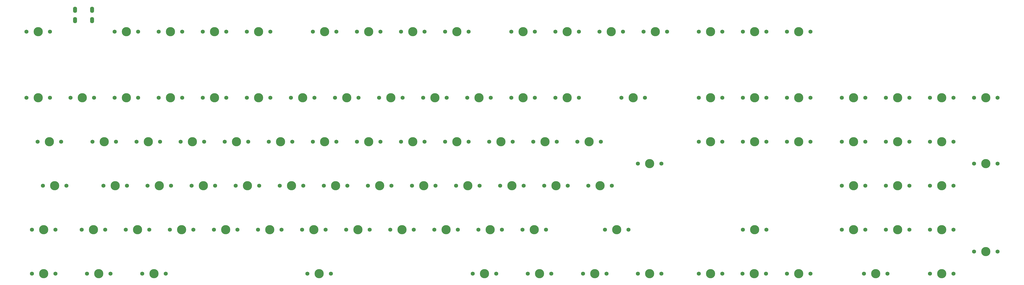
<source format=gts>
%TF.GenerationSoftware,KiCad,Pcbnew,(5.1.10)-1*%
%TF.CreationDate,2021-06-26T18:22:07+01:00*%
%TF.ProjectId,pcb,7063622e-6b69-4636-9164-5f7063625858,rev?*%
%TF.SameCoordinates,Original*%
%TF.FileFunction,Soldermask,Top*%
%TF.FilePolarity,Negative*%
%FSLAX46Y46*%
G04 Gerber Fmt 4.6, Leading zero omitted, Abs format (unit mm)*
G04 Created by KiCad (PCBNEW (5.1.10)-1) date 2021-06-26 18:22:07*
%MOMM*%
%LPD*%
G01*
G04 APERTURE LIST*
%ADD10O,1.700000X2.700000*%
%ADD11C,1.750000*%
%ADD12C,3.987800*%
G04 APERTURE END LIST*
D10*
%TO.C,USB1*%
X-26637000Y-27813000D03*
X-19337000Y-27813000D03*
X-19337000Y-32313000D03*
X-26637000Y-32313000D03*
%TD*%
D11*
%TO.C,Z1*%
X5397500Y-123031250D03*
X-4762500Y-123031250D03*
D12*
X317500Y-123031250D03*
%TD*%
D11*
%TO.C,Y1*%
X86296500Y-84931250D03*
X76136500Y-84931250D03*
D12*
X81216500Y-84931250D03*
%TD*%
D11*
%TO.C,X1*%
X24447500Y-123031250D03*
X14287500Y-123031250D03*
D12*
X19367500Y-123031250D03*
%TD*%
D11*
%TO.C,WIN2*%
X179133500Y-142081250D03*
X168973500Y-142081250D03*
D12*
X174053500Y-142081250D03*
%TD*%
D11*
%TO.C,WIN1*%
X-11366500Y-142081250D03*
X-21526500Y-142081250D03*
D12*
X-16446500Y-142081250D03*
%TD*%
D11*
%TO.C,W1*%
X10096500Y-84931250D03*
X-63500Y-84931250D03*
D12*
X5016500Y-84931250D03*
%TD*%
D11*
%TO.C,V1*%
X62547500Y-123031250D03*
X52387500Y-123031250D03*
D12*
X57467500Y-123031250D03*
%TD*%
D11*
%TO.C,UARROW1*%
X272097500Y-123031250D03*
X261937500Y-123031250D03*
D12*
X267017500Y-123031250D03*
%TD*%
D11*
%TO.C,U1*%
X105346500Y-84931250D03*
X95186500Y-84931250D03*
D12*
X100266500Y-84931250D03*
%TD*%
D11*
%TO.C,TILDA1*%
X-37528500Y-65881250D03*
X-47688500Y-65881250D03*
D12*
X-42608500Y-65881250D03*
%TD*%
D11*
%TO.C,TAB1*%
X-32702500Y-84931250D03*
X-42862500Y-84931250D03*
D12*
X-37782500Y-84931250D03*
%TD*%
D11*
%TO.C,T1*%
X67246500Y-84931250D03*
X57086500Y-84931250D03*
D12*
X62166500Y-84931250D03*
%TD*%
D11*
%TO.C,SPACE1*%
X83883500Y-142081250D03*
X73723500Y-142081250D03*
D12*
X78803500Y-142081250D03*
%TD*%
D11*
%TO.C,SHIFT1*%
X-35115500Y-123031250D03*
X-45275500Y-123031250D03*
D12*
X-40195500Y-123031250D03*
%TD*%
D11*
%TO.C,SCLLK1*%
X272097500Y-37306250D03*
X261937500Y-37306250D03*
D12*
X267017500Y-37306250D03*
%TD*%
D11*
%TO.C,S1*%
X14795500Y-103981250D03*
X4635500Y-103981250D03*
D12*
X9715500Y-103981250D03*
%TD*%
D11*
%TO.C,RCTRL1*%
X226758500Y-142081250D03*
X216598500Y-142081250D03*
D12*
X221678500Y-142081250D03*
%TD*%
D11*
%TO.C,RCBR1*%
X200596500Y-84931250D03*
X190436500Y-84931250D03*
D12*
X195516500Y-84931250D03*
%TD*%
D11*
%TO.C,RARROW1*%
X291147500Y-142081250D03*
X280987500Y-142081250D03*
D12*
X286067500Y-142081250D03*
%TD*%
D11*
%TO.C,RALT1*%
X155384500Y-142081250D03*
X145224500Y-142081250D03*
D12*
X150304500Y-142081250D03*
%TD*%
D11*
%TO.C,R1*%
X48196500Y-84931250D03*
X38036500Y-84931250D03*
D12*
X43116500Y-84931250D03*
%TD*%
D11*
%TO.C,Q1*%
X-8953500Y-84931250D03*
X-19113500Y-84931250D03*
D12*
X-14033500Y-84931250D03*
%TD*%
D11*
%TO.C,PRTSC1*%
X253047500Y-37306250D03*
X242887500Y-37306250D03*
D12*
X247967500Y-37306250D03*
%TD*%
D11*
%TO.C,PGUP1*%
X291147500Y-65881250D03*
X280987500Y-65881250D03*
D12*
X286067500Y-65881250D03*
%TD*%
D11*
%TO.C,PGDN1*%
X291147500Y-84931250D03*
X280987500Y-84931250D03*
D12*
X286067500Y-84931250D03*
%TD*%
D11*
%TO.C,PERIOD1*%
X157797500Y-123031250D03*
X147637500Y-123031250D03*
D12*
X152717500Y-123031250D03*
%TD*%
D11*
%TO.C,PAUSE1*%
X291147500Y-37306250D03*
X280987500Y-37306250D03*
D12*
X286067500Y-37306250D03*
%TD*%
D11*
%TO.C,P1*%
X162496500Y-84931250D03*
X152336500Y-84931250D03*
D12*
X157416500Y-84931250D03*
%TD*%
D11*
%TO.C,O1*%
X143446500Y-84931250D03*
X133286500Y-84931250D03*
D12*
X138366500Y-84931250D03*
%TD*%
D11*
%TO.C,NUMLK1*%
X314896500Y-65881250D03*
X304736500Y-65881250D03*
D12*
X309816500Y-65881250D03*
%TD*%
D11*
%TO.C,NP-PLUS1*%
X372046500Y-94456250D03*
X361886500Y-94456250D03*
D12*
X366966500Y-94456250D03*
%TD*%
D11*
%TO.C,NP-MTPLY1*%
X352996500Y-65881250D03*
X342836500Y-65881250D03*
D12*
X347916500Y-65881250D03*
%TD*%
D11*
%TO.C,NP-MINUS1*%
X372046500Y-65881250D03*
X361886500Y-65881250D03*
D12*
X366966500Y-65881250D03*
%TD*%
D11*
%TO.C,NP-ENTER1*%
X372046500Y-132556250D03*
X361886500Y-132556250D03*
D12*
X366966500Y-132556250D03*
%TD*%
D11*
%TO.C,NP-DIV1*%
X333946500Y-65881250D03*
X323786500Y-65881250D03*
D12*
X328866500Y-65881250D03*
%TD*%
D11*
%TO.C,NP-DEL1*%
X352996500Y-142081250D03*
X342836500Y-142081250D03*
D12*
X347916500Y-142081250D03*
%TD*%
D11*
%TO.C,NP-9*%
X352996500Y-84931250D03*
X342836500Y-84931250D03*
D12*
X347916500Y-84931250D03*
%TD*%
D11*
%TO.C,NP-8*%
X333946500Y-84931250D03*
X323786500Y-84931250D03*
D12*
X328866500Y-84931250D03*
%TD*%
D11*
%TO.C,NP-7*%
X314896500Y-84931250D03*
X304736500Y-84931250D03*
D12*
X309816500Y-84931250D03*
%TD*%
D11*
%TO.C,NP-6*%
X352996500Y-103981250D03*
X342836500Y-103981250D03*
D12*
X347916500Y-103981250D03*
%TD*%
D11*
%TO.C,NP-5*%
X333946500Y-103981250D03*
X323786500Y-103981250D03*
D12*
X328866500Y-103981250D03*
%TD*%
D11*
%TO.C,NP-4*%
X314896500Y-103981250D03*
X304736500Y-103981250D03*
D12*
X309816500Y-103981250D03*
%TD*%
D11*
%TO.C,NP-3*%
X352996500Y-123031250D03*
X342836500Y-123031250D03*
D12*
X347916500Y-123031250D03*
%TD*%
D11*
%TO.C,NP-2*%
X333946500Y-123031250D03*
X323786500Y-123031250D03*
D12*
X328866500Y-123031250D03*
%TD*%
D11*
%TO.C,NP-1*%
X314896500Y-123031250D03*
X304736500Y-123031250D03*
D12*
X309816500Y-123031250D03*
%TD*%
D11*
%TO.C,NP-0*%
X324421500Y-142081250D03*
X314261500Y-142081250D03*
D12*
X319341500Y-142081250D03*
%TD*%
D11*
%TO.C,N1*%
X100647500Y-123031250D03*
X90487500Y-123031250D03*
D12*
X95567500Y-123031250D03*
%TD*%
D11*
%TO.C,MX-RSHIFT1*%
X212534500Y-123031250D03*
X202374500Y-123031250D03*
D12*
X207454500Y-123031250D03*
%TD*%
D11*
%TO.C,MENU1*%
X203009500Y-142081250D03*
X192849500Y-142081250D03*
D12*
X197929500Y-142081250D03*
%TD*%
D11*
%TO.C,M1*%
X119697500Y-123031250D03*
X109537500Y-123031250D03*
D12*
X114617500Y-123031250D03*
%TD*%
D11*
%TO.C,LCBR1*%
X181546500Y-84931250D03*
X171386500Y-84931250D03*
D12*
X176466500Y-84931250D03*
%TD*%
D11*
%TO.C,LARROW1*%
X253047500Y-142081250D03*
X242887500Y-142081250D03*
D12*
X247967500Y-142081250D03*
%TD*%
D11*
%TO.C,L1*%
X148145500Y-103981250D03*
X137985500Y-103981250D03*
D12*
X143065500Y-103981250D03*
%TD*%
D11*
%TO.C,K10*%
X129095500Y-103981250D03*
X118935500Y-103981250D03*
D12*
X124015500Y-103981250D03*
%TD*%
D11*
%TO.C,K9*%
X133921500Y-65881250D03*
X123761500Y-65881250D03*
D12*
X128841500Y-65881250D03*
%TD*%
D11*
%TO.C,K8*%
X114871500Y-65881250D03*
X104711500Y-65881250D03*
D12*
X109791500Y-65881250D03*
%TD*%
D11*
%TO.C,K7*%
X95821500Y-65881250D03*
X85661500Y-65881250D03*
D12*
X90741500Y-65881250D03*
%TD*%
D11*
%TO.C,K6*%
X76771500Y-65881250D03*
X66611500Y-65881250D03*
D12*
X71691500Y-65881250D03*
%TD*%
D11*
%TO.C,K5*%
X57721500Y-65881250D03*
X47561500Y-65881250D03*
D12*
X52641500Y-65881250D03*
%TD*%
D11*
%TO.C,K4*%
X38671500Y-65881250D03*
X28511500Y-65881250D03*
D12*
X33591500Y-65881250D03*
%TD*%
D11*
%TO.C,K3*%
X19621500Y-65881250D03*
X9461500Y-65881250D03*
D12*
X14541500Y-65881250D03*
%TD*%
D11*
%TO.C,K2*%
X571500Y-65881250D03*
X-9588500Y-65881250D03*
D12*
X-4508500Y-65881250D03*
%TD*%
D11*
%TO.C,K1*%
X-18478500Y-65881250D03*
X-28638500Y-65881250D03*
D12*
X-23558500Y-65881250D03*
%TD*%
D11*
%TO.C,K0*%
X152971500Y-65881250D03*
X142811500Y-65881250D03*
D12*
X147891500Y-65881250D03*
%TD*%
D11*
%TO.C,J1*%
X110045500Y-103981250D03*
X99885500Y-103981250D03*
D12*
X104965500Y-103981250D03*
%TD*%
D11*
%TO.C,INS1*%
X253047500Y-65881250D03*
X242887500Y-65881250D03*
D12*
X247967500Y-65881250D03*
%TD*%
D11*
%TO.C,I1*%
X124396500Y-84931250D03*
X114236500Y-84931250D03*
D12*
X119316500Y-84931250D03*
%TD*%
D11*
%TO.C,HOME1*%
X272097500Y-65881250D03*
X261937500Y-65881250D03*
D12*
X267017500Y-65881250D03*
%TD*%
D11*
%TO.C,HASH1*%
X205295500Y-103981250D03*
X195135500Y-103981250D03*
D12*
X200215500Y-103981250D03*
%TD*%
D11*
%TO.C,H1*%
X90995500Y-103981250D03*
X80835500Y-103981250D03*
D12*
X85915500Y-103981250D03*
%TD*%
D11*
%TO.C,G1*%
X71945500Y-103981250D03*
X61785500Y-103981250D03*
D12*
X66865500Y-103981250D03*
%TD*%
D11*
%TO.C,FSLSH1*%
X176847500Y-123031250D03*
X166687500Y-123031250D03*
D12*
X171767500Y-123031250D03*
%TD*%
D11*
%TO.C,F13*%
X52895500Y-103981250D03*
X42735500Y-103981250D03*
D12*
X47815500Y-103981250D03*
%TD*%
D11*
%TO.C,F12*%
X229171500Y-37306250D03*
X219011500Y-37306250D03*
D12*
X224091500Y-37306250D03*
%TD*%
D11*
%TO.C,F11*%
X210121500Y-37306250D03*
X199961500Y-37306250D03*
D12*
X205041500Y-37306250D03*
%TD*%
D11*
%TO.C,F10*%
X191071500Y-37306250D03*
X180911500Y-37306250D03*
D12*
X185991500Y-37306250D03*
%TD*%
D11*
%TO.C,F9*%
X172021500Y-37306250D03*
X161861500Y-37306250D03*
D12*
X166941500Y-37306250D03*
%TD*%
D11*
%TO.C,F8*%
X143446500Y-37306250D03*
X133286500Y-37306250D03*
D12*
X138366500Y-37306250D03*
%TD*%
D11*
%TO.C,F7*%
X124396500Y-37306250D03*
X114236500Y-37306250D03*
D12*
X119316500Y-37306250D03*
%TD*%
D11*
%TO.C,F6*%
X105346500Y-37306250D03*
X95186500Y-37306250D03*
D12*
X100266500Y-37306250D03*
%TD*%
D11*
%TO.C,F5*%
X86296500Y-37306250D03*
X76136500Y-37306250D03*
D12*
X81216500Y-37306250D03*
%TD*%
D11*
%TO.C,F4*%
X57721500Y-37306250D03*
X47561500Y-37306250D03*
D12*
X52641500Y-37306250D03*
%TD*%
D11*
%TO.C,F3*%
X38671500Y-37306250D03*
X28511500Y-37306250D03*
D12*
X33591500Y-37306250D03*
%TD*%
D11*
%TO.C,F2*%
X19621500Y-37306250D03*
X9461500Y-37306250D03*
D12*
X14541500Y-37306250D03*
%TD*%
D11*
%TO.C,F1*%
X571500Y-37306250D03*
X-9588500Y-37306250D03*
D12*
X-4508500Y-37306250D03*
%TD*%
D11*
%TO.C,ESC1*%
X-37528500Y-37306250D03*
X-47688500Y-37306250D03*
D12*
X-42608500Y-37306250D03*
%TD*%
D11*
%TO.C,EQUALS1*%
X191071500Y-65881250D03*
X180911500Y-65881250D03*
D12*
X185991500Y-65881250D03*
%TD*%
D11*
%TO.C,ENTER1*%
X226758500Y-94456250D03*
X216598500Y-94456250D03*
D12*
X221678500Y-94456250D03*
%TD*%
D11*
%TO.C,END1*%
X272097500Y-84931250D03*
X261937500Y-84931250D03*
D12*
X267017500Y-84931250D03*
%TD*%
D11*
%TO.C,E1*%
X29146500Y-84931250D03*
X18986500Y-84931250D03*
D12*
X24066500Y-84931250D03*
%TD*%
D11*
%TO.C,DEL1*%
X253047500Y-84931250D03*
X242887500Y-84931250D03*
D12*
X247967500Y-84931250D03*
%TD*%
D11*
%TO.C,DASH1*%
X172021500Y-65881250D03*
X161861500Y-65881250D03*
D12*
X166941500Y-65881250D03*
%TD*%
D11*
%TO.C,DARROW1*%
X271970500Y-142081250D03*
X261810500Y-142081250D03*
D12*
X266890500Y-142081250D03*
%TD*%
D11*
%TO.C,D59*%
X33845500Y-103981250D03*
X23685500Y-103981250D03*
D12*
X28765500Y-103981250D03*
%TD*%
D11*
%TO.C,CTRL1*%
X-35115500Y-142081250D03*
X-45275500Y-142081250D03*
D12*
X-40195500Y-142081250D03*
%TD*%
D11*
%TO.C,COMMA1*%
X138747500Y-123031250D03*
X128587500Y-123031250D03*
D12*
X133667500Y-123031250D03*
%TD*%
D11*
%TO.C,COLON1*%
X167195500Y-103981250D03*
X157035500Y-103981250D03*
D12*
X162115500Y-103981250D03*
%TD*%
D11*
%TO.C,CAPSL1*%
X-30416500Y-103981250D03*
X-40576500Y-103981250D03*
D12*
X-35496500Y-103981250D03*
%TD*%
D11*
%TO.C,C1*%
X43497500Y-123031250D03*
X33337500Y-123031250D03*
D12*
X38417500Y-123031250D03*
%TD*%
D11*
%TO.C,BSLSH1*%
X-13652500Y-123031250D03*
X-23812500Y-123031250D03*
D12*
X-18732500Y-123031250D03*
%TD*%
D11*
%TO.C,BKSP1*%
X219646500Y-65881250D03*
X209486500Y-65881250D03*
D12*
X214566500Y-65881250D03*
%TD*%
D11*
%TO.C,B1*%
X81597500Y-123031250D03*
X71437500Y-123031250D03*
D12*
X76517500Y-123031250D03*
%TD*%
D11*
%TO.C,AT1*%
X186245500Y-103981250D03*
X176085500Y-103981250D03*
D12*
X181165500Y-103981250D03*
%TD*%
D11*
%TO.C,ALT1*%
X12509500Y-142081250D03*
X2349500Y-142081250D03*
D12*
X7429500Y-142081250D03*
%TD*%
D11*
%TO.C,A1*%
X-4254500Y-103981250D03*
X-14414500Y-103981250D03*
D12*
X-9334500Y-103981250D03*
%TD*%
M02*

</source>
